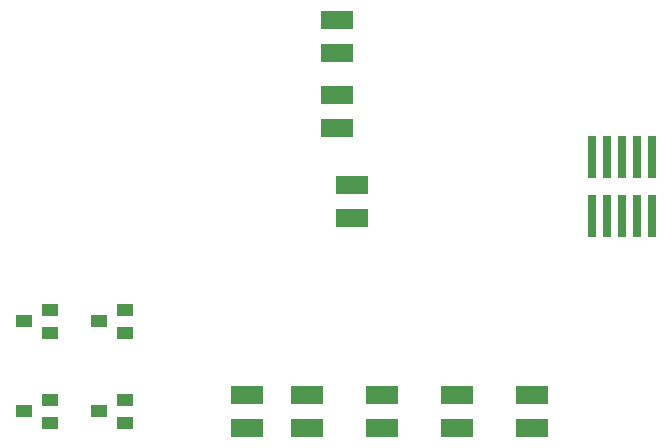
<source format=gtp>
G75*
%MOIN*%
%OFA0B0*%
%FSLAX25Y25*%
%IPPOS*%
%LPD*%
%AMOC8*
5,1,8,0,0,1.08239X$1,22.5*
%
%ADD10R,0.02913X0.14173*%
%ADD11R,0.05512X0.03937*%
%ADD12R,0.10630X0.06299*%
D10*
X0211093Y0116157D03*
X0216093Y0116157D03*
X0221093Y0116157D03*
X0226093Y0116157D03*
X0231093Y0116157D03*
X0231093Y0135843D03*
X0226093Y0135843D03*
X0221093Y0135843D03*
X0216093Y0135843D03*
X0211093Y0135843D03*
D11*
X0030581Y0047260D03*
X0021919Y0051000D03*
X0030581Y0054740D03*
X0046919Y0051000D03*
X0055581Y0047260D03*
X0055581Y0054740D03*
X0055581Y0077260D03*
X0055581Y0084740D03*
X0046919Y0081000D03*
X0030581Y0077260D03*
X0021919Y0081000D03*
X0030581Y0084740D03*
D12*
X0096250Y0056512D03*
X0096250Y0045488D03*
X0116250Y0045488D03*
X0116250Y0056512D03*
X0141250Y0056512D03*
X0141250Y0045488D03*
X0166250Y0045488D03*
X0166250Y0056512D03*
X0191250Y0056512D03*
X0191250Y0045488D03*
X0131250Y0115488D03*
X0131250Y0126512D03*
X0126250Y0145488D03*
X0126250Y0156512D03*
X0126250Y0170488D03*
X0126250Y0181512D03*
M02*

</source>
